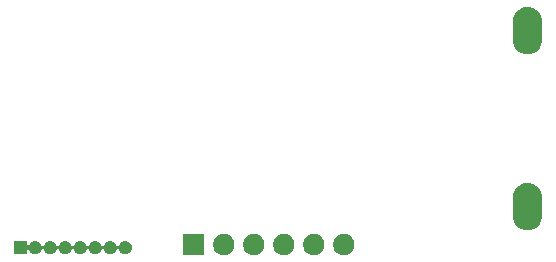
<source format=gbr>
G04 #@! TF.GenerationSoftware,KiCad,Pcbnew,5.1.6-c6e7f7d~87~ubuntu18.04.1*
G04 #@! TF.CreationDate,2020-08-29T18:23:14+01:00*
G04 #@! TF.ProjectId,ossw_lcd,6f737377-5f6c-4636-942e-6b696361645f,1.1*
G04 #@! TF.SameCoordinates,Original*
G04 #@! TF.FileFunction,Soldermask,Top*
G04 #@! TF.FilePolarity,Negative*
%FSLAX46Y46*%
G04 Gerber Fmt 4.6, Leading zero omitted, Abs format (unit mm)*
G04 Created by KiCad (PCBNEW 5.1.6-c6e7f7d~87~ubuntu18.04.1) date 2020-08-29 18:23:14*
%MOMM*%
%LPD*%
G01*
G04 APERTURE LIST*
%ADD10C,0.100000*%
G04 APERTURE END LIST*
D10*
G36*
X167220200Y-105447400D02*
G01*
X165418200Y-105447400D01*
X165418200Y-103645400D01*
X167220200Y-103645400D01*
X167220200Y-105447400D01*
G37*
G36*
X168972712Y-103650327D02*
G01*
X169122012Y-103680024D01*
X169285984Y-103747944D01*
X169433554Y-103846547D01*
X169559053Y-103972046D01*
X169657656Y-104119616D01*
X169725576Y-104283588D01*
X169743243Y-104372409D01*
X169760200Y-104457658D01*
X169760200Y-104635142D01*
X169756182Y-104655341D01*
X169725576Y-104809212D01*
X169657656Y-104973184D01*
X169559053Y-105120754D01*
X169433554Y-105246253D01*
X169285984Y-105344856D01*
X169122012Y-105412776D01*
X168972712Y-105442473D01*
X168947942Y-105447400D01*
X168770458Y-105447400D01*
X168745688Y-105442473D01*
X168596388Y-105412776D01*
X168432416Y-105344856D01*
X168284846Y-105246253D01*
X168159347Y-105120754D01*
X168060744Y-104973184D01*
X167992824Y-104809212D01*
X167962218Y-104655341D01*
X167958200Y-104635142D01*
X167958200Y-104457658D01*
X167975157Y-104372409D01*
X167992824Y-104283588D01*
X168060744Y-104119616D01*
X168159347Y-103972046D01*
X168284846Y-103846547D01*
X168432416Y-103747944D01*
X168596388Y-103680024D01*
X168745688Y-103650327D01*
X168770458Y-103645400D01*
X168947942Y-103645400D01*
X168972712Y-103650327D01*
G37*
G36*
X171512712Y-103650327D02*
G01*
X171662012Y-103680024D01*
X171825984Y-103747944D01*
X171973554Y-103846547D01*
X172099053Y-103972046D01*
X172197656Y-104119616D01*
X172265576Y-104283588D01*
X172283243Y-104372409D01*
X172300200Y-104457658D01*
X172300200Y-104635142D01*
X172296182Y-104655341D01*
X172265576Y-104809212D01*
X172197656Y-104973184D01*
X172099053Y-105120754D01*
X171973554Y-105246253D01*
X171825984Y-105344856D01*
X171662012Y-105412776D01*
X171512712Y-105442473D01*
X171487942Y-105447400D01*
X171310458Y-105447400D01*
X171285688Y-105442473D01*
X171136388Y-105412776D01*
X170972416Y-105344856D01*
X170824846Y-105246253D01*
X170699347Y-105120754D01*
X170600744Y-104973184D01*
X170532824Y-104809212D01*
X170502218Y-104655341D01*
X170498200Y-104635142D01*
X170498200Y-104457658D01*
X170515157Y-104372409D01*
X170532824Y-104283588D01*
X170600744Y-104119616D01*
X170699347Y-103972046D01*
X170824846Y-103846547D01*
X170972416Y-103747944D01*
X171136388Y-103680024D01*
X171285688Y-103650327D01*
X171310458Y-103645400D01*
X171487942Y-103645400D01*
X171512712Y-103650327D01*
G37*
G36*
X174052712Y-103650327D02*
G01*
X174202012Y-103680024D01*
X174365984Y-103747944D01*
X174513554Y-103846547D01*
X174639053Y-103972046D01*
X174737656Y-104119616D01*
X174805576Y-104283588D01*
X174823243Y-104372409D01*
X174840200Y-104457658D01*
X174840200Y-104635142D01*
X174836182Y-104655341D01*
X174805576Y-104809212D01*
X174737656Y-104973184D01*
X174639053Y-105120754D01*
X174513554Y-105246253D01*
X174365984Y-105344856D01*
X174202012Y-105412776D01*
X174052712Y-105442473D01*
X174027942Y-105447400D01*
X173850458Y-105447400D01*
X173825688Y-105442473D01*
X173676388Y-105412776D01*
X173512416Y-105344856D01*
X173364846Y-105246253D01*
X173239347Y-105120754D01*
X173140744Y-104973184D01*
X173072824Y-104809212D01*
X173042218Y-104655341D01*
X173038200Y-104635142D01*
X173038200Y-104457658D01*
X173055157Y-104372409D01*
X173072824Y-104283588D01*
X173140744Y-104119616D01*
X173239347Y-103972046D01*
X173364846Y-103846547D01*
X173512416Y-103747944D01*
X173676388Y-103680024D01*
X173825688Y-103650327D01*
X173850458Y-103645400D01*
X174027942Y-103645400D01*
X174052712Y-103650327D01*
G37*
G36*
X179132712Y-103650327D02*
G01*
X179282012Y-103680024D01*
X179445984Y-103747944D01*
X179593554Y-103846547D01*
X179719053Y-103972046D01*
X179817656Y-104119616D01*
X179885576Y-104283588D01*
X179903243Y-104372409D01*
X179920200Y-104457658D01*
X179920200Y-104635142D01*
X179916182Y-104655341D01*
X179885576Y-104809212D01*
X179817656Y-104973184D01*
X179719053Y-105120754D01*
X179593554Y-105246253D01*
X179445984Y-105344856D01*
X179282012Y-105412776D01*
X179132712Y-105442473D01*
X179107942Y-105447400D01*
X178930458Y-105447400D01*
X178905688Y-105442473D01*
X178756388Y-105412776D01*
X178592416Y-105344856D01*
X178444846Y-105246253D01*
X178319347Y-105120754D01*
X178220744Y-104973184D01*
X178152824Y-104809212D01*
X178122218Y-104655341D01*
X178118200Y-104635142D01*
X178118200Y-104457658D01*
X178135157Y-104372409D01*
X178152824Y-104283588D01*
X178220744Y-104119616D01*
X178319347Y-103972046D01*
X178444846Y-103846547D01*
X178592416Y-103747944D01*
X178756388Y-103680024D01*
X178905688Y-103650327D01*
X178930458Y-103645400D01*
X179107942Y-103645400D01*
X179132712Y-103650327D01*
G37*
G36*
X176592712Y-103650327D02*
G01*
X176742012Y-103680024D01*
X176905984Y-103747944D01*
X177053554Y-103846547D01*
X177179053Y-103972046D01*
X177277656Y-104119616D01*
X177345576Y-104283588D01*
X177363243Y-104372409D01*
X177380200Y-104457658D01*
X177380200Y-104635142D01*
X177376182Y-104655341D01*
X177345576Y-104809212D01*
X177277656Y-104973184D01*
X177179053Y-105120754D01*
X177053554Y-105246253D01*
X176905984Y-105344856D01*
X176742012Y-105412776D01*
X176592712Y-105442473D01*
X176567942Y-105447400D01*
X176390458Y-105447400D01*
X176365688Y-105442473D01*
X176216388Y-105412776D01*
X176052416Y-105344856D01*
X175904846Y-105246253D01*
X175779347Y-105120754D01*
X175680744Y-104973184D01*
X175612824Y-104809212D01*
X175582218Y-104655341D01*
X175578200Y-104635142D01*
X175578200Y-104457658D01*
X175595157Y-104372409D01*
X175612824Y-104283588D01*
X175680744Y-104119616D01*
X175779347Y-103972046D01*
X175904846Y-103846547D01*
X176052416Y-103747944D01*
X176216388Y-103680024D01*
X176365688Y-103650327D01*
X176390458Y-103645400D01*
X176567942Y-103645400D01*
X176592712Y-103650327D01*
G37*
G36*
X152189000Y-104472618D02*
G01*
X152191402Y-104497004D01*
X152198515Y-104520453D01*
X152210066Y-104542064D01*
X152225611Y-104561006D01*
X152244553Y-104576551D01*
X152266164Y-104588102D01*
X152289613Y-104595215D01*
X152313999Y-104597617D01*
X152338385Y-104595215D01*
X152361834Y-104588102D01*
X152383445Y-104576551D01*
X152402387Y-104561006D01*
X152417932Y-104542064D01*
X152480009Y-104449160D01*
X152480010Y-104449158D01*
X152556758Y-104372410D01*
X152647004Y-104312110D01*
X152647005Y-104312109D01*
X152747279Y-104270574D01*
X152853730Y-104249400D01*
X152962270Y-104249400D01*
X153068721Y-104270574D01*
X153168995Y-104312109D01*
X153168996Y-104312110D01*
X153259242Y-104372410D01*
X153335990Y-104449158D01*
X153335991Y-104449160D01*
X153396291Y-104539405D01*
X153427516Y-104614789D01*
X153439067Y-104636400D01*
X153454612Y-104655341D01*
X153473554Y-104670887D01*
X153495165Y-104682438D01*
X153518614Y-104689551D01*
X153543000Y-104691953D01*
X153567386Y-104689551D01*
X153590835Y-104682438D01*
X153612446Y-104670887D01*
X153631387Y-104655342D01*
X153646933Y-104636400D01*
X153658484Y-104614789D01*
X153689709Y-104539405D01*
X153750009Y-104449160D01*
X153750010Y-104449158D01*
X153826758Y-104372410D01*
X153917004Y-104312110D01*
X153917005Y-104312109D01*
X154017279Y-104270574D01*
X154123730Y-104249400D01*
X154232270Y-104249400D01*
X154338721Y-104270574D01*
X154438995Y-104312109D01*
X154438996Y-104312110D01*
X154529242Y-104372410D01*
X154605990Y-104449158D01*
X154605991Y-104449160D01*
X154666291Y-104539405D01*
X154697516Y-104614789D01*
X154709067Y-104636400D01*
X154724612Y-104655341D01*
X154743554Y-104670887D01*
X154765165Y-104682438D01*
X154788614Y-104689551D01*
X154813000Y-104691953D01*
X154837386Y-104689551D01*
X154860835Y-104682438D01*
X154882446Y-104670887D01*
X154901387Y-104655342D01*
X154916933Y-104636400D01*
X154928484Y-104614789D01*
X154959709Y-104539405D01*
X155020009Y-104449160D01*
X155020010Y-104449158D01*
X155096758Y-104372410D01*
X155187004Y-104312110D01*
X155187005Y-104312109D01*
X155287279Y-104270574D01*
X155393730Y-104249400D01*
X155502270Y-104249400D01*
X155608721Y-104270574D01*
X155708995Y-104312109D01*
X155708996Y-104312110D01*
X155799242Y-104372410D01*
X155875990Y-104449158D01*
X155875991Y-104449160D01*
X155936291Y-104539405D01*
X155967516Y-104614789D01*
X155979067Y-104636400D01*
X155994612Y-104655341D01*
X156013554Y-104670887D01*
X156035165Y-104682438D01*
X156058614Y-104689551D01*
X156083000Y-104691953D01*
X156107386Y-104689551D01*
X156130835Y-104682438D01*
X156152446Y-104670887D01*
X156171387Y-104655342D01*
X156186933Y-104636400D01*
X156198484Y-104614789D01*
X156229709Y-104539405D01*
X156290009Y-104449160D01*
X156290010Y-104449158D01*
X156366758Y-104372410D01*
X156457004Y-104312110D01*
X156457005Y-104312109D01*
X156557279Y-104270574D01*
X156663730Y-104249400D01*
X156772270Y-104249400D01*
X156878721Y-104270574D01*
X156978995Y-104312109D01*
X156978996Y-104312110D01*
X157069242Y-104372410D01*
X157145990Y-104449158D01*
X157145991Y-104449160D01*
X157206291Y-104539405D01*
X157237516Y-104614789D01*
X157249067Y-104636400D01*
X157264612Y-104655341D01*
X157283554Y-104670887D01*
X157305165Y-104682438D01*
X157328614Y-104689551D01*
X157353000Y-104691953D01*
X157377386Y-104689551D01*
X157400835Y-104682438D01*
X157422446Y-104670887D01*
X157441387Y-104655342D01*
X157456933Y-104636400D01*
X157468484Y-104614789D01*
X157499709Y-104539405D01*
X157560009Y-104449160D01*
X157560010Y-104449158D01*
X157636758Y-104372410D01*
X157727004Y-104312110D01*
X157727005Y-104312109D01*
X157827279Y-104270574D01*
X157933730Y-104249400D01*
X158042270Y-104249400D01*
X158148721Y-104270574D01*
X158248995Y-104312109D01*
X158248996Y-104312110D01*
X158339242Y-104372410D01*
X158415990Y-104449158D01*
X158415991Y-104449160D01*
X158476291Y-104539405D01*
X158507516Y-104614789D01*
X158519067Y-104636400D01*
X158534612Y-104655341D01*
X158553554Y-104670887D01*
X158575165Y-104682438D01*
X158598614Y-104689551D01*
X158623000Y-104691953D01*
X158647386Y-104689551D01*
X158670835Y-104682438D01*
X158692446Y-104670887D01*
X158711387Y-104655342D01*
X158726933Y-104636400D01*
X158738484Y-104614789D01*
X158769709Y-104539405D01*
X158830009Y-104449160D01*
X158830010Y-104449158D01*
X158906758Y-104372410D01*
X158997004Y-104312110D01*
X158997005Y-104312109D01*
X159097279Y-104270574D01*
X159203730Y-104249400D01*
X159312270Y-104249400D01*
X159418721Y-104270574D01*
X159518995Y-104312109D01*
X159518996Y-104312110D01*
X159609242Y-104372410D01*
X159685990Y-104449158D01*
X159685991Y-104449160D01*
X159746291Y-104539405D01*
X159777516Y-104614789D01*
X159789067Y-104636400D01*
X159804612Y-104655341D01*
X159823554Y-104670887D01*
X159845165Y-104682438D01*
X159868614Y-104689551D01*
X159893000Y-104691953D01*
X159917386Y-104689551D01*
X159940835Y-104682438D01*
X159962446Y-104670887D01*
X159981387Y-104655342D01*
X159996933Y-104636400D01*
X160008484Y-104614789D01*
X160039709Y-104539405D01*
X160100009Y-104449160D01*
X160100010Y-104449158D01*
X160176758Y-104372410D01*
X160267004Y-104312110D01*
X160267005Y-104312109D01*
X160367279Y-104270574D01*
X160473730Y-104249400D01*
X160582270Y-104249400D01*
X160688721Y-104270574D01*
X160788995Y-104312109D01*
X160788996Y-104312110D01*
X160879242Y-104372410D01*
X160955990Y-104449158D01*
X160955991Y-104449160D01*
X161016291Y-104539405D01*
X161057826Y-104639679D01*
X161079000Y-104746130D01*
X161079000Y-104854670D01*
X161057826Y-104961121D01*
X161016291Y-105061395D01*
X161016290Y-105061396D01*
X160955990Y-105151642D01*
X160879242Y-105228390D01*
X160852509Y-105246252D01*
X160788995Y-105288691D01*
X160688721Y-105330226D01*
X160582270Y-105351400D01*
X160473730Y-105351400D01*
X160367279Y-105330226D01*
X160267005Y-105288691D01*
X160203491Y-105246252D01*
X160176758Y-105228390D01*
X160100010Y-105151642D01*
X160039710Y-105061396D01*
X160039709Y-105061395D01*
X160008484Y-104986011D01*
X159996933Y-104964400D01*
X159981388Y-104945459D01*
X159962446Y-104929913D01*
X159940835Y-104918362D01*
X159917386Y-104911249D01*
X159893000Y-104908847D01*
X159868614Y-104911249D01*
X159845165Y-104918362D01*
X159823554Y-104929913D01*
X159804613Y-104945458D01*
X159789067Y-104964400D01*
X159777516Y-104986011D01*
X159746291Y-105061395D01*
X159746290Y-105061396D01*
X159685990Y-105151642D01*
X159609242Y-105228390D01*
X159582509Y-105246252D01*
X159518995Y-105288691D01*
X159418721Y-105330226D01*
X159312270Y-105351400D01*
X159203730Y-105351400D01*
X159097279Y-105330226D01*
X158997005Y-105288691D01*
X158933491Y-105246252D01*
X158906758Y-105228390D01*
X158830010Y-105151642D01*
X158769710Y-105061396D01*
X158769709Y-105061395D01*
X158738484Y-104986011D01*
X158726933Y-104964400D01*
X158711388Y-104945459D01*
X158692446Y-104929913D01*
X158670835Y-104918362D01*
X158647386Y-104911249D01*
X158623000Y-104908847D01*
X158598614Y-104911249D01*
X158575165Y-104918362D01*
X158553554Y-104929913D01*
X158534613Y-104945458D01*
X158519067Y-104964400D01*
X158507516Y-104986011D01*
X158476291Y-105061395D01*
X158476290Y-105061396D01*
X158415990Y-105151642D01*
X158339242Y-105228390D01*
X158312509Y-105246252D01*
X158248995Y-105288691D01*
X158148721Y-105330226D01*
X158042270Y-105351400D01*
X157933730Y-105351400D01*
X157827279Y-105330226D01*
X157727005Y-105288691D01*
X157663491Y-105246252D01*
X157636758Y-105228390D01*
X157560010Y-105151642D01*
X157499710Y-105061396D01*
X157499709Y-105061395D01*
X157468484Y-104986011D01*
X157456933Y-104964400D01*
X157441388Y-104945459D01*
X157422446Y-104929913D01*
X157400835Y-104918362D01*
X157377386Y-104911249D01*
X157353000Y-104908847D01*
X157328614Y-104911249D01*
X157305165Y-104918362D01*
X157283554Y-104929913D01*
X157264613Y-104945458D01*
X157249067Y-104964400D01*
X157237516Y-104986011D01*
X157206291Y-105061395D01*
X157206290Y-105061396D01*
X157145990Y-105151642D01*
X157069242Y-105228390D01*
X157042509Y-105246252D01*
X156978995Y-105288691D01*
X156878721Y-105330226D01*
X156772270Y-105351400D01*
X156663730Y-105351400D01*
X156557279Y-105330226D01*
X156457005Y-105288691D01*
X156393491Y-105246252D01*
X156366758Y-105228390D01*
X156290010Y-105151642D01*
X156229710Y-105061396D01*
X156229709Y-105061395D01*
X156198484Y-104986011D01*
X156186933Y-104964400D01*
X156171388Y-104945459D01*
X156152446Y-104929913D01*
X156130835Y-104918362D01*
X156107386Y-104911249D01*
X156083000Y-104908847D01*
X156058614Y-104911249D01*
X156035165Y-104918362D01*
X156013554Y-104929913D01*
X155994613Y-104945458D01*
X155979067Y-104964400D01*
X155967516Y-104986011D01*
X155936291Y-105061395D01*
X155936290Y-105061396D01*
X155875990Y-105151642D01*
X155799242Y-105228390D01*
X155772509Y-105246252D01*
X155708995Y-105288691D01*
X155608721Y-105330226D01*
X155502270Y-105351400D01*
X155393730Y-105351400D01*
X155287279Y-105330226D01*
X155187005Y-105288691D01*
X155123491Y-105246252D01*
X155096758Y-105228390D01*
X155020010Y-105151642D01*
X154959710Y-105061396D01*
X154959709Y-105061395D01*
X154928484Y-104986011D01*
X154916933Y-104964400D01*
X154901388Y-104945459D01*
X154882446Y-104929913D01*
X154860835Y-104918362D01*
X154837386Y-104911249D01*
X154813000Y-104908847D01*
X154788614Y-104911249D01*
X154765165Y-104918362D01*
X154743554Y-104929913D01*
X154724613Y-104945458D01*
X154709067Y-104964400D01*
X154697516Y-104986011D01*
X154666291Y-105061395D01*
X154666290Y-105061396D01*
X154605990Y-105151642D01*
X154529242Y-105228390D01*
X154502509Y-105246252D01*
X154438995Y-105288691D01*
X154338721Y-105330226D01*
X154232270Y-105351400D01*
X154123730Y-105351400D01*
X154017279Y-105330226D01*
X153917005Y-105288691D01*
X153853491Y-105246252D01*
X153826758Y-105228390D01*
X153750010Y-105151642D01*
X153689710Y-105061396D01*
X153689709Y-105061395D01*
X153658484Y-104986011D01*
X153646933Y-104964400D01*
X153631388Y-104945459D01*
X153612446Y-104929913D01*
X153590835Y-104918362D01*
X153567386Y-104911249D01*
X153543000Y-104908847D01*
X153518614Y-104911249D01*
X153495165Y-104918362D01*
X153473554Y-104929913D01*
X153454613Y-104945458D01*
X153439067Y-104964400D01*
X153427516Y-104986011D01*
X153396291Y-105061395D01*
X153396290Y-105061396D01*
X153335990Y-105151642D01*
X153259242Y-105228390D01*
X153232509Y-105246252D01*
X153168995Y-105288691D01*
X153068721Y-105330226D01*
X152962270Y-105351400D01*
X152853730Y-105351400D01*
X152747279Y-105330226D01*
X152647005Y-105288691D01*
X152583491Y-105246252D01*
X152556758Y-105228390D01*
X152480010Y-105151642D01*
X152459012Y-105120216D01*
X152417932Y-105058736D01*
X152402386Y-105039794D01*
X152383444Y-105024249D01*
X152361833Y-105012698D01*
X152338385Y-105005585D01*
X152313998Y-105003183D01*
X152289612Y-105005585D01*
X152266163Y-105012698D01*
X152244553Y-105024249D01*
X152225611Y-105039795D01*
X152210066Y-105058737D01*
X152198515Y-105080348D01*
X152191402Y-105103796D01*
X152189000Y-105128182D01*
X152189000Y-105351400D01*
X151087000Y-105351400D01*
X151087000Y-104249400D01*
X152189000Y-104249400D01*
X152189000Y-104472618D01*
G37*
G36*
X194809239Y-99363101D02*
G01*
X195045053Y-99434634D01*
X195262381Y-99550799D01*
X195452871Y-99707129D01*
X195609201Y-99897619D01*
X195725366Y-100114947D01*
X195796899Y-100350761D01*
X195815000Y-100534543D01*
X195815000Y-102157457D01*
X195796899Y-102341239D01*
X195725366Y-102577053D01*
X195609201Y-102794381D01*
X195452871Y-102984871D01*
X195262380Y-103141201D01*
X195045052Y-103257366D01*
X194809238Y-103328899D01*
X194564000Y-103353053D01*
X194318761Y-103328899D01*
X194082947Y-103257366D01*
X193865619Y-103141201D01*
X193675129Y-102984871D01*
X193518799Y-102794380D01*
X193402634Y-102577052D01*
X193331101Y-102341238D01*
X193313000Y-102157456D01*
X193313000Y-100534543D01*
X193331101Y-100350761D01*
X193402635Y-100114947D01*
X193518800Y-99897619D01*
X193675130Y-99707129D01*
X193865620Y-99550799D01*
X194082948Y-99434634D01*
X194318762Y-99363101D01*
X194564000Y-99338947D01*
X194809239Y-99363101D01*
G37*
G36*
X194809239Y-84463101D02*
G01*
X195045053Y-84534634D01*
X195262381Y-84650799D01*
X195452871Y-84807129D01*
X195609201Y-84997619D01*
X195725366Y-85214947D01*
X195796899Y-85450761D01*
X195815000Y-85634543D01*
X195815000Y-87257457D01*
X195796899Y-87441239D01*
X195725366Y-87677053D01*
X195609201Y-87894381D01*
X195452871Y-88084871D01*
X195262380Y-88241201D01*
X195045052Y-88357366D01*
X194809238Y-88428899D01*
X194564000Y-88453053D01*
X194318761Y-88428899D01*
X194082947Y-88357366D01*
X193865619Y-88241201D01*
X193675129Y-88084871D01*
X193518799Y-87894380D01*
X193402634Y-87677052D01*
X193331101Y-87441238D01*
X193313000Y-87257456D01*
X193313000Y-85634543D01*
X193331101Y-85450761D01*
X193402635Y-85214947D01*
X193518800Y-84997619D01*
X193675130Y-84807129D01*
X193865620Y-84650799D01*
X194082948Y-84534634D01*
X194318762Y-84463101D01*
X194564000Y-84438947D01*
X194809239Y-84463101D01*
G37*
M02*

</source>
